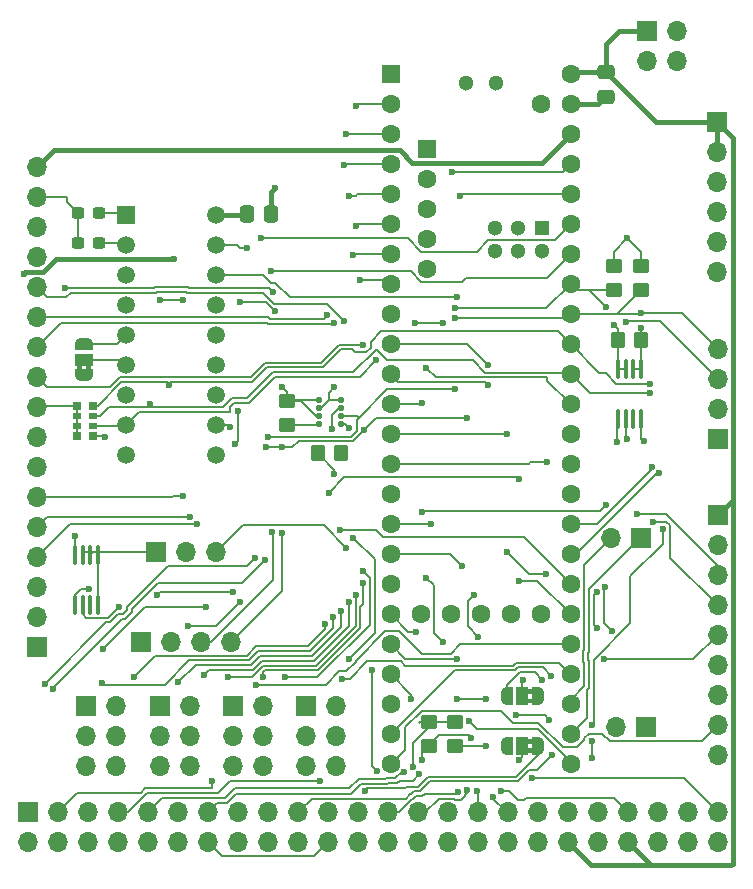
<source format=gbr>
%TF.GenerationSoftware,KiCad,Pcbnew,8.0.3*%
%TF.CreationDate,2025-02-12T02:25:28-08:00*%
%TF.ProjectId,MLU_Breakout,4d4c555f-4272-4656-916b-6f75742e6b69,rev?*%
%TF.SameCoordinates,Original*%
%TF.FileFunction,Copper,L1,Top*%
%TF.FilePolarity,Positive*%
%FSLAX46Y46*%
G04 Gerber Fmt 4.6, Leading zero omitted, Abs format (unit mm)*
G04 Created by KiCad (PCBNEW 8.0.3) date 2025-02-12 02:25:28*
%MOMM*%
%LPD*%
G01*
G04 APERTURE LIST*
G04 Aperture macros list*
%AMRoundRect*
0 Rectangle with rounded corners*
0 $1 Rounding radius*
0 $2 $3 $4 $5 $6 $7 $8 $9 X,Y pos of 4 corners*
0 Add a 4 corners polygon primitive as box body*
4,1,4,$2,$3,$4,$5,$6,$7,$8,$9,$2,$3,0*
0 Add four circle primitives for the rounded corners*
1,1,$1+$1,$2,$3*
1,1,$1+$1,$4,$5*
1,1,$1+$1,$6,$7*
1,1,$1+$1,$8,$9*
0 Add four rect primitives between the rounded corners*
20,1,$1+$1,$2,$3,$4,$5,0*
20,1,$1+$1,$4,$5,$6,$7,0*
20,1,$1+$1,$6,$7,$8,$9,0*
20,1,$1+$1,$8,$9,$2,$3,0*%
%AMFreePoly0*
4,1,19,0.550000,-0.750000,0.000000,-0.750000,0.000000,-0.744911,-0.071157,-0.744911,-0.207708,-0.704816,-0.327430,-0.627875,-0.420627,-0.520320,-0.479746,-0.390866,-0.500000,-0.250000,-0.500000,0.250000,-0.479746,0.390866,-0.420627,0.520320,-0.327430,0.627875,-0.207708,0.704816,-0.071157,0.744911,0.000000,0.744911,0.000000,0.750000,0.550000,0.750000,0.550000,-0.750000,0.550000,-0.750000,
$1*%
%AMFreePoly1*
4,1,19,0.000000,0.744911,0.071157,0.744911,0.207708,0.704816,0.327430,0.627875,0.420627,0.520320,0.479746,0.390866,0.500000,0.250000,0.500000,-0.250000,0.479746,-0.390866,0.420627,-0.520320,0.327430,-0.627875,0.207708,-0.704816,0.071157,-0.744911,0.000000,-0.744911,0.000000,-0.750000,-0.550000,-0.750000,-0.550000,0.750000,0.000000,0.750000,0.000000,0.744911,0.000000,0.744911,
$1*%
G04 Aperture macros list end*
%TA.AperFunction,EtchedComponent*%
%ADD10C,0.000000*%
%TD*%
%TA.AperFunction,SMDPad,CuDef*%
%ADD11RoundRect,0.056250X-0.188750X-0.168750X0.188750X-0.168750X0.188750X0.168750X-0.188750X0.168750X0*%
%TD*%
%TA.AperFunction,ComponentPad*%
%ADD12O,1.700000X1.700000*%
%TD*%
%TA.AperFunction,ComponentPad*%
%ADD13R,1.700000X1.700000*%
%TD*%
%TA.AperFunction,SMDPad,CuDef*%
%ADD14RoundRect,0.100000X0.100000X-0.712500X0.100000X0.712500X-0.100000X0.712500X-0.100000X-0.712500X0*%
%TD*%
%TA.AperFunction,SMDPad,CuDef*%
%ADD15R,0.700000X0.640000*%
%TD*%
%TA.AperFunction,SMDPad,CuDef*%
%ADD16R,0.700000X0.500000*%
%TD*%
%TA.AperFunction,SMDPad,CuDef*%
%ADD17RoundRect,0.250000X-0.350000X-0.450000X0.350000X-0.450000X0.350000X0.450000X-0.350000X0.450000X0*%
%TD*%
%TA.AperFunction,SMDPad,CuDef*%
%ADD18RoundRect,0.250000X-0.450000X0.350000X-0.450000X-0.350000X0.450000X-0.350000X0.450000X0.350000X0*%
%TD*%
%TA.AperFunction,SMDPad,CuDef*%
%ADD19FreePoly0,90.000000*%
%TD*%
%TA.AperFunction,SMDPad,CuDef*%
%ADD20R,1.500000X1.000000*%
%TD*%
%TA.AperFunction,SMDPad,CuDef*%
%ADD21FreePoly1,90.000000*%
%TD*%
%TA.AperFunction,SMDPad,CuDef*%
%ADD22FreePoly0,180.000000*%
%TD*%
%TA.AperFunction,SMDPad,CuDef*%
%ADD23R,1.000000X1.500000*%
%TD*%
%TA.AperFunction,SMDPad,CuDef*%
%ADD24FreePoly1,180.000000*%
%TD*%
%TA.AperFunction,SMDPad,CuDef*%
%ADD25RoundRect,0.250000X-0.475000X0.337500X-0.475000X-0.337500X0.475000X-0.337500X0.475000X0.337500X0*%
%TD*%
%TA.AperFunction,SMDPad,CuDef*%
%ADD26RoundRect,0.250000X-0.337500X-0.475000X0.337500X-0.475000X0.337500X0.475000X-0.337500X0.475000X0*%
%TD*%
%TA.AperFunction,SMDPad,CuDef*%
%ADD27RoundRect,0.237500X0.300000X0.237500X-0.300000X0.237500X-0.300000X-0.237500X0.300000X-0.237500X0*%
%TD*%
%TA.AperFunction,ComponentPad*%
%ADD28R,1.498600X1.498600*%
%TD*%
%TA.AperFunction,ComponentPad*%
%ADD29C,1.498600*%
%TD*%
%TA.AperFunction,ComponentPad*%
%ADD30R,1.600000X1.600000*%
%TD*%
%TA.AperFunction,ComponentPad*%
%ADD31C,1.600000*%
%TD*%
%TA.AperFunction,ComponentPad*%
%ADD32R,1.300000X1.300000*%
%TD*%
%TA.AperFunction,ComponentPad*%
%ADD33C,1.300000*%
%TD*%
%TA.AperFunction,ViaPad*%
%ADD34C,0.600000*%
%TD*%
%TA.AperFunction,Conductor*%
%ADD35C,0.200000*%
%TD*%
%TA.AperFunction,Conductor*%
%ADD36C,0.400000*%
%TD*%
G04 APERTURE END LIST*
D10*
%TA.AperFunction,EtchedComponent*%
%TO.C,JP3*%
G36*
X146000000Y-93600000D02*
G01*
X145600000Y-93600000D01*
X145600000Y-93100000D01*
X146000000Y-93100000D01*
X146000000Y-93600000D01*
G37*
%TD.AperFunction*%
%TA.AperFunction,EtchedComponent*%
G36*
X146800000Y-93600000D02*
G01*
X146400000Y-93600000D01*
X146400000Y-93100000D01*
X146800000Y-93100000D01*
X146800000Y-93600000D01*
G37*
%TD.AperFunction*%
%TA.AperFunction,EtchedComponent*%
%TO.C,JP2*%
G36*
X184200000Y-126000000D02*
G01*
X183700000Y-126000000D01*
X183700000Y-125600000D01*
X184200000Y-125600000D01*
X184200000Y-126000000D01*
G37*
%TD.AperFunction*%
%TA.AperFunction,EtchedComponent*%
G36*
X184200000Y-125200000D02*
G01*
X183700000Y-125200000D01*
X183700000Y-124800000D01*
X184200000Y-124800000D01*
X184200000Y-125200000D01*
G37*
%TD.AperFunction*%
%TA.AperFunction,EtchedComponent*%
%TO.C,JP1*%
G36*
X184200000Y-121800000D02*
G01*
X183700000Y-121800000D01*
X183700000Y-121400000D01*
X184200000Y-121400000D01*
X184200000Y-121800000D01*
G37*
%TD.AperFunction*%
%TA.AperFunction,EtchedComponent*%
G36*
X184200000Y-121000000D02*
G01*
X183700000Y-121000000D01*
X183700000Y-120600000D01*
X184200000Y-120600000D01*
X184200000Y-121000000D01*
G37*
%TD.AperFunction*%
%TD*%
D11*
%TO.P,U3,1,GND*%
%TO.N,GND*%
X168000000Y-96150000D03*
%TO.P,U3,2,CSB*%
%TO.N,Net-(U3-CSB)*%
X168000000Y-96800000D03*
%TO.P,U3,3,SDI*%
%TO.N,I2C1_SDA*%
X168000000Y-97450000D03*
%TO.P,U3,4,SCK*%
%TO.N,I2C1_SCL*%
X168000000Y-98100000D03*
%TO.P,U3,5,SDO*%
%TO.N,Net-(U3-SDO)*%
X166060000Y-98100000D03*
%TO.P,U3,6,VDDIO*%
%TO.N,+3.3V*%
X166060000Y-97450000D03*
%TO.P,U3,7,GND*%
%TO.N,GND*%
X166060000Y-96800000D03*
%TO.P,U3,8,VDD*%
%TO.N,+3.3V*%
X166060000Y-96150000D03*
%TD*%
D12*
%TO.P,J10,17,Pin_17*%
%TO.N,+3.3V*%
X142200000Y-76400000D03*
%TO.P,J10,16,Pin_16*%
%TO.N,GND*%
X142200000Y-78940000D03*
%TO.P,J10,15,Pin_15*%
%TO.N,I2C1_SCL*%
X142200000Y-81480000D03*
%TO.P,J10,14,Pin_14*%
%TO.N,I2C1_SDA*%
X142200000Y-84020000D03*
%TO.P,J10,13,Pin_13*%
%TO.N,D3.3v_GE*%
X142200000Y-86560000D03*
%TO.P,J10,12,Pin_12*%
%TO.N,Dkill_out*%
X142200000Y-89100000D03*
%TO.P,J10,11,Pin_11*%
%TO.N,Ai_s*%
X142200000Y-91640000D03*
%TO.P,J10,10,Pin_10*%
%TO.N,Ab_s*%
X142200000Y-94180000D03*
%TO.P,J10,9,Pin_9*%
%TO.N,+5V*%
X142200000Y-96720000D03*
%TO.P,J10,8,Pin_8*%
%TO.N,+3.3V*%
X142200000Y-99260000D03*
%TO.P,J10,7,Pin_7*%
%TO.N,GND*%
X142200000Y-101800000D03*
%TO.P,J10,6,Pin_6*%
%TO.N,xD5*%
X142200000Y-104340000D03*
%TO.P,J10,5,Pin_5*%
%TO.N,xD4*%
X142200000Y-106880000D03*
%TO.P,J10,4,Pin_4*%
%TO.N,xD3*%
X142200000Y-109420000D03*
%TO.P,J10,3,Pin_3*%
%TO.N,xD2*%
X142200000Y-111960000D03*
%TO.P,J10,2,Pin_2*%
%TO.N,xD1*%
X142200000Y-114500000D03*
D13*
%TO.P,J10,1,Pin_1*%
%TO.N,xD0*%
X142200000Y-117040000D03*
%TD*%
D14*
%TO.P,U2,1,SDA*%
%TO.N,I2C1_SDA*%
X145450000Y-113425000D03*
%TO.P,U2,2,SCL*%
%TO.N,I2C1_SCL*%
X146100000Y-113425000D03*
%TO.P,U2,3,Alert*%
%TO.N,unconnected-(U2-Alert-Pad3)*%
X146750000Y-113425000D03*
%TO.P,U2,4,GND*%
%TO.N,GND*%
X147400000Y-113425000D03*
%TO.P,U2,5,A2*%
X147400000Y-109200000D03*
%TO.P,U2,6,A1*%
X146750000Y-109200000D03*
%TO.P,U2,7,A0*%
X146100000Y-109200000D03*
%TO.P,U2,8,V_{DD}*%
%TO.N,+3.3V*%
X145450000Y-109200000D03*
%TD*%
D15*
%TO.P,RN1,1,R1.1*%
%TO.N,Net-(JP3-A)*%
X147000000Y-99140000D03*
D16*
%TO.P,RN1,2,R2.1*%
%TO.N,Dint*%
X147000000Y-98270000D03*
%TO.P,RN1,3,R3.1*%
%TO.N,I2C2_SCL*%
X147000000Y-97470000D03*
D15*
%TO.P,RN1,4,R4.1*%
%TO.N,I2C2_SDA*%
X147000000Y-96600000D03*
%TO.P,RN1,5,R4.2*%
%TO.N,+5V*%
X145600000Y-96600000D03*
D16*
%TO.P,RN1,6,R3.2*%
X145600000Y-97470000D03*
%TO.P,RN1,7,R2.2*%
X145600000Y-98270000D03*
D15*
%TO.P,RN1,8,R1.2*%
X145600000Y-99140000D03*
%TD*%
D17*
%TO.P,R7,1*%
%TO.N,+3.3V*%
X166000000Y-100600000D03*
%TO.P,R7,2*%
%TO.N,Net-(U3-CSB)*%
X168000000Y-100600000D03*
%TD*%
D18*
%TO.P,R6,1*%
%TO.N,+3.3V*%
X163400000Y-96200000D03*
%TO.P,R6,2*%
%TO.N,Net-(U3-SDO)*%
X163400000Y-98200000D03*
%TD*%
%TO.P,R5,1*%
%TO.N,+3.3V*%
X191050000Y-84800000D03*
%TO.P,R5,2*%
%TO.N,I2C1_SCL*%
X191050000Y-86800000D03*
%TD*%
%TO.P,R4,1*%
%TO.N,+3.3V*%
X193400000Y-84800000D03*
%TO.P,R4,2*%
%TO.N,I2C1_SDA*%
X193400000Y-86800000D03*
%TD*%
D17*
%TO.P,R3,1*%
%TO.N,+3.3V*%
X191400000Y-91000000D03*
%TO.P,R3,2*%
%TO.N,GND*%
X193400000Y-91000000D03*
%TD*%
D18*
%TO.P,R2,1*%
%TO.N,+3.3V*%
X177600000Y-123400000D03*
%TO.P,R2,2*%
%TO.N,UART_RX2*%
X177600000Y-125400000D03*
%TD*%
%TO.P,R1,1*%
%TO.N,+3.3V*%
X175400000Y-123400000D03*
%TO.P,R1,2*%
%TO.N,UART_TX2*%
X175400000Y-125400000D03*
%TD*%
D19*
%TO.P,JP3,1,A*%
%TO.N,Net-(JP3-A)*%
X146200000Y-94000000D03*
D20*
%TO.P,JP3,2,C*%
%TO.N,Net-(JP3-C)*%
X146200000Y-92700000D03*
D21*
%TO.P,JP3,3,B*%
%TO.N,GND*%
X146200000Y-91400000D03*
%TD*%
D22*
%TO.P,JP2,1,A*%
%TO.N,Net-(J1-Pin_21)*%
X184600000Y-125400000D03*
D23*
%TO.P,JP2,2,C*%
%TO.N,I2C1_SDA*%
X183300000Y-125400000D03*
D24*
%TO.P,JP2,3,B*%
%TO.N,BAR_SDA*%
X182000000Y-125400000D03*
%TD*%
D22*
%TO.P,JP1,1,A*%
%TO.N,Net-(J1-Pin_19)*%
X184600000Y-121200000D03*
D23*
%TO.P,JP1,2,C*%
%TO.N,I2C1_SCL*%
X183300000Y-121200000D03*
D24*
%TO.P,JP1,3,B*%
%TO.N,BAR_SCL*%
X182000000Y-121200000D03*
%TD*%
D13*
%TO.P,J8,1,Pin_1*%
%TO.N,UART_RX1*%
X193400000Y-107800000D03*
D12*
%TO.P,J8,2,Pin_2*%
%TO.N,UART_TX1*%
X190860000Y-107800000D03*
%TD*%
D13*
%TO.P,J6,1,Pin_1*%
%TO.N,BAR_SDA*%
X193825000Y-123800000D03*
D12*
%TO.P,J6,2,Pin_2*%
%TO.N,BAR_SCL*%
X191285000Y-123800000D03*
%TD*%
D13*
%TO.P,J5,1,Pin_1*%
%TO.N,+3.3V*%
X151060000Y-116575000D03*
D12*
%TO.P,J5,2,Pin_2*%
%TO.N,GND*%
X153600000Y-116575000D03*
%TO.P,J5,3,Pin_3*%
%TO.N,I2C1_SCL*%
X156140000Y-116575000D03*
%TO.P,J5,4,Pin_4*%
%TO.N,I2C1_SDA*%
X158680000Y-116575000D03*
%TD*%
D13*
%TO.P,J4,1,Pin_1*%
%TO.N,+3.3V*%
X199882000Y-99420000D03*
D12*
%TO.P,J4,2,Pin_2*%
%TO.N,GND*%
X199882000Y-96880000D03*
%TO.P,J4,3,Pin_3*%
%TO.N,I2C1_SCL*%
X199882000Y-94340000D03*
%TO.P,J4,4,Pin_4*%
%TO.N,I2C1_SDA*%
X199882000Y-91800000D03*
%TD*%
D13*
%TO.P,J3,1,Pin_1*%
%TO.N,+5V*%
X199800000Y-72580000D03*
D12*
%TO.P,J3,2,Pin_2*%
X199800000Y-75120000D03*
%TO.P,J3,3,Pin_3*%
%TO.N,Analog_Current*%
X199800000Y-77660000D03*
%TO.P,J3,4,Pin_4*%
%TO.N,Analog_Voltage*%
X199800000Y-80200000D03*
%TO.P,J3,5,Pin_5*%
%TO.N,GND*%
X199800000Y-82740000D03*
%TO.P,J3,6,Pin_6*%
X199800000Y-85280000D03*
%TD*%
D13*
%TO.P,J2,1,Pin_1*%
%TO.N,GND*%
X152275000Y-109000000D03*
D12*
%TO.P,J2,2,Pin_2*%
%TO.N,+3.3V*%
X154815000Y-109000000D03*
%TO.P,J2,3,Pin_3*%
%TO.N,Dleak*%
X157355000Y-109000000D03*
%TD*%
D25*
%TO.P,C4,1*%
%TO.N,+5V*%
X190400000Y-68362500D03*
%TO.P,C4,2*%
%TO.N,GND*%
X190400000Y-70437500D03*
%TD*%
D26*
%TO.P,C3,1*%
%TO.N,+5V*%
X160000000Y-80400000D03*
%TO.P,C3,2*%
%TO.N,GND*%
X162075000Y-80400000D03*
%TD*%
D27*
%TO.P,C2,1*%
%TO.N,I2C2_SCL*%
X147462500Y-80290000D03*
%TO.P,C2,2*%
%TO.N,GND*%
X145737500Y-80290000D03*
%TD*%
%TO.P,C1,1*%
%TO.N,I2C2_SDA*%
X147462500Y-82800000D03*
%TO.P,C1,2*%
%TO.N,GND*%
X145737500Y-82800000D03*
%TD*%
D13*
%TO.P,J7,1,Pin_1*%
%TO.N,+5V*%
X193860000Y-64860000D03*
D12*
%TO.P,J7,2,Pin_2*%
%TO.N,I2C2_SCL*%
X196400000Y-64860000D03*
%TO.P,J7,3,Pin_3*%
%TO.N,GND*%
X193860000Y-67400000D03*
%TO.P,J7,4,Pin_4*%
%TO.N,I2C2_SDA*%
X196400000Y-67400000D03*
%TD*%
D13*
%TO.P,J20,1,Pin_1*%
%TO.N,GND*%
X165000000Y-122000000D03*
D12*
%TO.P,J20,2,Pin_2*%
X167540000Y-122000000D03*
%TO.P,J20,3,Pin_3*%
%TO.N,unconnected-(J20-Pin_3-Pad3)*%
X165000000Y-124540000D03*
%TO.P,J20,4,Pin_4*%
%TO.N,unconnected-(J20-Pin_4-Pad4)*%
X167540000Y-124540000D03*
%TO.P,J20,5,Pin_5*%
%TO.N,PWM6*%
X165000000Y-127080000D03*
%TO.P,J20,6,Pin_6*%
%TO.N,PWM7*%
X167540000Y-127080000D03*
%TD*%
D13*
%TO.P,J19,1,Pin_1*%
%TO.N,GND*%
X152600000Y-122000000D03*
D12*
%TO.P,J19,2,Pin_2*%
X155140000Y-122000000D03*
%TO.P,J19,3,Pin_3*%
%TO.N,unconnected-(J19-Pin_3-Pad3)*%
X152600000Y-124540000D03*
%TO.P,J19,4,Pin_4*%
%TO.N,unconnected-(J19-Pin_4-Pad4)*%
X155140000Y-124540000D03*
%TO.P,J19,5,Pin_5*%
%TO.N,PWM2*%
X152600000Y-127080000D03*
%TO.P,J19,6,Pin_6*%
%TO.N,PWM3*%
X155140000Y-127080000D03*
%TD*%
D13*
%TO.P,J18,1,Pin_1*%
%TO.N,GND*%
X158800000Y-122000000D03*
D12*
%TO.P,J18,2,Pin_2*%
X161340000Y-122000000D03*
%TO.P,J18,3,Pin_3*%
%TO.N,unconnected-(J18-Pin_3-Pad3)*%
X158800000Y-124540000D03*
%TO.P,J18,4,Pin_4*%
%TO.N,unconnected-(J18-Pin_4-Pad4)*%
X161340000Y-124540000D03*
%TO.P,J18,5,Pin_5*%
%TO.N,PWM4*%
X158800000Y-127080000D03*
%TO.P,J18,6,Pin_6*%
%TO.N,PWM5*%
X161340000Y-127080000D03*
%TD*%
D13*
%TO.P,J17,1,Pin_1*%
%TO.N,GND*%
X146400000Y-122000000D03*
D12*
%TO.P,J17,2,Pin_2*%
X148940000Y-122000000D03*
%TO.P,J17,3,Pin_3*%
%TO.N,unconnected-(J17-Pin_3-Pad3)*%
X146400000Y-124540000D03*
%TO.P,J17,4,Pin_4*%
%TO.N,unconnected-(J17-Pin_4-Pad4)*%
X148940000Y-124540000D03*
%TO.P,J17,5,Pin_5*%
%TO.N,PWM0*%
X146400000Y-127080000D03*
%TO.P,J17,6,Pin_6*%
%TO.N,PWM1*%
X148940000Y-127080000D03*
%TD*%
%TO.P,J9,9,Pin_9*%
%TO.N,SPI_MISO*%
X199857000Y-126170000D03*
%TO.P,J9,8,Pin_8*%
%TO.N,D7*%
X199857000Y-123630000D03*
%TO.P,J9,7,Pin_7*%
%TO.N,SPI_SCK*%
X199857000Y-121090000D03*
%TO.P,J9,6,Pin_6*%
%TO.N,SPI_MOSI*%
X199857000Y-118550000D03*
%TO.P,J9,5,Pin_5*%
%TO.N,D6*%
X199857000Y-116010000D03*
%TO.P,J9,4,Pin_4*%
%TO.N,D5*%
X199857000Y-113470000D03*
%TO.P,J9,3,Pin_3*%
%TO.N,SPI_CS1*%
X199857000Y-110930000D03*
%TO.P,J9,2,Pin_2*%
%TO.N,GND*%
X199857000Y-108390000D03*
D13*
%TO.P,J9,1,Pin_1*%
%TO.N,+5V*%
X199857000Y-105850000D03*
%TD*%
D28*
%TO.P,U1,1,SCL*%
%TO.N,I2C2_SCL*%
X149790000Y-80440000D03*
D29*
%TO.P,U1,2,SDA*%
%TO.N,I2C2_SDA*%
X149790000Y-82980000D03*
%TO.P,U1,3,A2*%
%TO.N,GND*%
X149790000Y-85520000D03*
%TO.P,U1,4,A1*%
X149790000Y-88060000D03*
%TO.P,U1,5,A0*%
X149790000Y-90600000D03*
%TO.P,U1,6,\u002ARESET*%
%TO.N,Net-(JP3-C)*%
X149790000Y-93140000D03*
%TO.P,U1,7,NC*%
%TO.N,unconnected-(U1-NC-Pad7)*%
X149790000Y-95680000D03*
%TO.P,U1,8,INT*%
%TO.N,Dint*%
X149790000Y-98220000D03*
%TO.P,U1,9,VSS*%
%TO.N,GND*%
X149790000Y-100760000D03*
%TO.P,U1,10,GP0*%
%TO.N,xD0*%
X157410000Y-100760000D03*
%TO.P,U1,11,GP1*%
%TO.N,xD1*%
X157410000Y-98220000D03*
%TO.P,U1,12,GP2*%
%TO.N,xD2*%
X157410000Y-95680000D03*
%TO.P,U1,13,GP3*%
%TO.N,xD3*%
X157410000Y-93140000D03*
%TO.P,U1,14,GP4*%
%TO.N,xD4*%
X157410000Y-90600000D03*
%TO.P,U1,15,GP5*%
%TO.N,xD5*%
X157410000Y-88060000D03*
%TO.P,U1,16,GP6*%
%TO.N,xD6*%
X157410000Y-85520000D03*
%TO.P,U1,17,GP7*%
%TO.N,xD7*%
X157410000Y-82980000D03*
%TO.P,U1,18,VDD*%
%TO.N,+5V*%
X157410000Y-80440000D03*
%TD*%
D14*
%TO.P,U5,1,SDA*%
%TO.N,I2C1_SDA*%
X191425000Y-97712500D03*
%TO.P,U5,2,SCL*%
%TO.N,I2C1_SCL*%
X192075000Y-97712500D03*
%TO.P,U5,3,Alert*%
%TO.N,unconnected-(U5-Alert-Pad3)*%
X192725000Y-97712500D03*
%TO.P,U5,4,GND*%
%TO.N,GND*%
X193375000Y-97712500D03*
%TO.P,U5,5,A2*%
X193375000Y-93487500D03*
%TO.P,U5,6,A1*%
X192725000Y-93487500D03*
%TO.P,U5,7,A0*%
%TO.N,+3.3V*%
X192075000Y-93487500D03*
%TO.P,U5,8,V_{DD}*%
X191425000Y-93487500D03*
%TD*%
D30*
%TO.P,U4,1,GND*%
%TO.N,GND*%
X172160000Y-68540800D03*
D31*
%TO.P,U4,2,0_RX1_CRX2_CS1*%
%TO.N,PWM0*%
X172160000Y-71080800D03*
%TO.P,U4,3,1_TX1_CTX2_MISO1*%
%TO.N,PWM1*%
X172160000Y-73620800D03*
%TO.P,U4,4,2_OUT2*%
%TO.N,PWM2*%
X172160000Y-76160800D03*
%TO.P,U4,5,3_LRCLK2*%
%TO.N,PWM3*%
X172160000Y-78700800D03*
%TO.P,U4,6,4_BCLK2*%
%TO.N,PWM4*%
X172160000Y-81240800D03*
%TO.P,U4,7,5_IN2*%
%TO.N,PWM5*%
X172160000Y-83780800D03*
%TO.P,U4,8,6_OUT1D*%
%TO.N,PWM6*%
X172160000Y-86320800D03*
%TO.P,U4,9,7_RX2_OUT1A*%
%TO.N,PWM7*%
X172160000Y-88860800D03*
%TO.P,U4,10,8_TX2_IN1*%
%TO.N,PWM8*%
X172160000Y-91400800D03*
%TO.P,U4,11,9_OUT1C*%
%TO.N,PWM9*%
X172160000Y-93940800D03*
%TO.P,U4,12,10_CS_MQSR*%
%TO.N,SPI_CS1*%
X172160000Y-96480800D03*
%TO.P,U4,13,11_MOSI_CTX1*%
%TO.N,SPI_MOSI*%
X172160000Y-99020800D03*
%TO.P,U4,14,12_MISO_MQSL*%
%TO.N,SPI_MISO*%
X172160000Y-101560800D03*
%TO.P,U4,15,3V3*%
%TO.N,+3.3V*%
X172160000Y-104100800D03*
%TO.P,U4,16,24_A10_TX6_SCL2*%
%TO.N,UART_TX3*%
X172160000Y-106640800D03*
%TO.P,U4,17,25_A11_RX6_SDA2*%
%TO.N,UART_RX3*%
X172160000Y-109180800D03*
%TO.P,U4,18,26_A12_MOSI1*%
%TO.N,Dswitch1*%
X172160000Y-111720800D03*
%TO.P,U4,19,27_A13_SCK1*%
%TO.N,Dswitch2*%
X172160000Y-114260800D03*
%TO.P,U4,20,28_RX7*%
%TO.N,UART_RX2*%
X172160000Y-116800800D03*
%TO.P,U4,21,29_TX7*%
%TO.N,UART_TX2*%
X172160000Y-119340800D03*
%TO.P,U4,22,30_CRX3*%
%TO.N,Dunused*%
X172160000Y-121880800D03*
%TO.P,U4,23,31_CTX3*%
%TO.N,D6*%
X172160000Y-124420800D03*
%TO.P,U4,24,32_OUT1B*%
%TO.N,D7*%
X172160000Y-126960800D03*
%TO.P,U4,25,33_MCLK2*%
%TO.N,Dleak*%
X187400000Y-126960800D03*
%TO.P,U4,26,34_RX8*%
%TO.N,UART_RX1*%
X187400000Y-124420800D03*
%TO.P,U4,27,35_TX8*%
%TO.N,UART_TX1*%
X187400000Y-121880800D03*
%TO.P,U4,28,36_CS*%
%TO.N,Dled2*%
X187400000Y-119340800D03*
%TO.P,U4,29,37_CS*%
%TO.N,Dled1*%
X187400000Y-116800800D03*
%TO.P,U4,30,38_CS1_IN1*%
%TO.N,Dkill_out*%
X187400000Y-114260800D03*
%TO.P,U4,31,39_MISO1_OUT1A*%
%TO.N,D3.3v_GE*%
X187400000Y-111720800D03*
%TO.P,U4,32,40_A16*%
%TO.N,Analog_Voltage*%
X187400000Y-109180800D03*
%TO.P,U4,33,41_A17*%
%TO.N,Analog_Current*%
X187400000Y-106640800D03*
%TO.P,U4,34,GND*%
%TO.N,GND*%
X187400000Y-104100800D03*
%TO.P,U4,35,13_SCK_LED*%
%TO.N,SPI_SCK*%
X187400000Y-101560800D03*
%TO.P,U4,36,14_A0_TX3_SPDIF_OUT*%
%TO.N,D5*%
X187400000Y-99020800D03*
%TO.P,U4,37,15_A1_RX3_SPDIF_IN*%
%TO.N,Dint*%
X187400000Y-96480800D03*
%TO.P,U4,38,16_A2_RX4_SCL1*%
%TO.N,I2C2_SCL*%
X187400000Y-93940800D03*
%TO.P,U4,39,17_A3_TX4_SDA1*%
%TO.N,I2C2_SDA*%
X187400000Y-91400800D03*
%TO.P,U4,40,18_A4_SDA*%
%TO.N,I2C1_SDA*%
X187400000Y-88860800D03*
%TO.P,U4,41,19_A5_SCL*%
%TO.N,I2C1_SCL*%
X187400000Y-86320800D03*
%TO.P,U4,42,20_A6_TX5_LRCLK1*%
%TO.N,A4*%
X187400000Y-83780800D03*
%TO.P,U4,43,21_A7_RX5_BCLK1*%
%TO.N,A3*%
X187400000Y-81240800D03*
%TO.P,U4,44,22_A8_CTX1*%
%TO.N,Ab_s*%
X187400000Y-78700800D03*
%TO.P,U4,45,23_A9_CRX1_MCLK1*%
%TO.N,Ai_s*%
X187400000Y-76160800D03*
%TO.P,U4,46,3V3*%
%TO.N,+3.3V*%
X187400000Y-73620800D03*
%TO.P,U4,47,GND*%
%TO.N,GND*%
X187400000Y-71080800D03*
%TO.P,U4,48,VIN*%
%TO.N,+5V*%
X187400000Y-68540800D03*
%TO.P,U4,49,VUSB*%
%TO.N,unconnected-(U4-VUSB-Pad49)*%
X184860000Y-71080800D03*
%TO.P,U4,50,VBAT*%
%TO.N,unconnected-(U4-VBAT-Pad50)*%
X174700000Y-114260800D03*
%TO.P,U4,51,3V3*%
%TO.N,unconnected-(U4-3V3-Pad51)*%
X177240000Y-114260800D03*
%TO.P,U4,52,GND*%
%TO.N,unconnected-(U4-GND-Pad52)*%
X179780000Y-114260800D03*
%TO.P,U4,53,PROGRAM*%
%TO.N,unconnected-(U4-PROGRAM-Pad53)*%
X182320000Y-114260800D03*
%TO.P,U4,54,ON_OFF*%
%TO.N,unconnected-(U4-ON_OFF-Pad54)*%
X184860000Y-114260800D03*
D30*
%TO.P,U4,55,5V*%
%TO.N,unconnected-(U4-5V-Pad55)*%
X175210800Y-74840000D03*
D31*
%TO.P,U4,56,D-*%
%TO.N,unconnected-(U4-D--Pad56)*%
X175210800Y-77380000D03*
%TO.P,U4,57,D+*%
%TO.N,unconnected-(U4-D+-Pad57)*%
X175210800Y-79920000D03*
%TO.P,U4,58,GND*%
%TO.N,unconnected-(U4-GND-Pad58)*%
X175210800Y-82460000D03*
%TO.P,U4,59,GND*%
%TO.N,unconnected-(U4-GND-Pad59)*%
X175210800Y-85000000D03*
D32*
%TO.P,U4,60,R+*%
%TO.N,unconnected-(U4-R+-Pad60)*%
X184961600Y-81510800D03*
D33*
%TO.P,U4,61,LED*%
%TO.N,unconnected-(U4-LED-Pad61)*%
X182961600Y-81510800D03*
%TO.P,U4,62,T-*%
%TO.N,unconnected-(U4-T--Pad62)*%
X180961600Y-81510800D03*
%TO.P,U4,63,T+*%
%TO.N,unconnected-(U4-T+-Pad63)*%
X180961600Y-83510800D03*
%TO.P,U4,64,GND*%
%TO.N,unconnected-(U4-GND-Pad64)*%
X182961600Y-83510800D03*
%TO.P,U4,65,R-*%
%TO.N,unconnected-(U4-R--Pad65)*%
X184961600Y-83510800D03*
%TO.P,U4,66,D-*%
%TO.N,unconnected-(U4-D--Pad66)*%
X181050000Y-69270800D03*
%TO.P,U4,67,D+*%
%TO.N,unconnected-(U4-D+-Pad67)*%
X178510000Y-69270800D03*
%TD*%
D13*
%TO.P,J1,1,Pin_1*%
%TO.N,GND*%
X141460000Y-131000000D03*
D12*
%TO.P,J1,2,Pin_2*%
%TO.N,A3*%
X141460000Y-133540000D03*
%TO.P,J1,3,Pin_3*%
%TO.N,Dled1*%
X144000000Y-131000000D03*
%TO.P,J1,4,Pin_4*%
%TO.N,GND*%
X144000000Y-133540000D03*
%TO.P,J1,5,Pin_5*%
X146540000Y-131000000D03*
%TO.P,J1,6,Pin_6*%
%TO.N,A4*%
X146540000Y-133540000D03*
%TO.P,J1,7,Pin_7*%
%TO.N,Dled2*%
X149080000Y-131000000D03*
%TO.P,J1,8,Pin_8*%
%TO.N,GND*%
X149080000Y-133540000D03*
%TO.P,J1,9,Pin_9*%
%TO.N,Dswitch1*%
X151620000Y-131000000D03*
%TO.P,J1,10,Pin_10*%
%TO.N,+3.3V*%
X151620000Y-133540000D03*
%TO.P,J1,11,Pin_11*%
X154160000Y-131000000D03*
%TO.P,J1,12,Pin_12*%
%TO.N,GND*%
X154160000Y-133540000D03*
%TO.P,J1,13,Pin_13*%
%TO.N,Dswitch2*%
X156700000Y-131000000D03*
%TO.P,J1,14,Pin_14*%
%TO.N,I2C1_SCL*%
X156700000Y-133540000D03*
%TO.P,J1,15,Pin_15*%
%TO.N,+3.3V*%
X159240000Y-131000000D03*
%TO.P,J1,16,Pin_16*%
%TO.N,I2C1_SDA*%
X159240000Y-133540000D03*
%TO.P,J1,17,Pin_17*%
%TO.N,GND*%
X161780000Y-131000000D03*
%TO.P,J1,18,Pin_18*%
%TO.N,+3.3V*%
X161780000Y-133540000D03*
%TO.P,J1,19,Pin_19*%
%TO.N,Net-(J1-Pin_19)*%
X164320000Y-131000000D03*
%TO.P,J1,20,Pin_20*%
%TO.N,GND*%
X164320000Y-133540000D03*
%TO.P,J1,21,Pin_21*%
%TO.N,Net-(J1-Pin_21)*%
X166860000Y-131000000D03*
%TO.P,J1,22,Pin_22*%
%TO.N,I2C1_SCL*%
X166860000Y-133540000D03*
%TO.P,J1,23,Pin_23*%
%TO.N,+3.3V*%
X169400000Y-131000000D03*
%TO.P,J1,24,Pin_24*%
%TO.N,I2C1_SDA*%
X169400000Y-133540000D03*
%TO.P,J1,25,Pin_25*%
%TO.N,UART_TX3*%
X171940000Y-131000000D03*
%TO.P,J1,26,Pin_26*%
%TO.N,Dunused*%
X171940000Y-133540000D03*
%TO.P,J1,27,Pin_27*%
%TO.N,UART_RX3*%
X174480000Y-131000000D03*
%TO.P,J1,28,Pin_28*%
%TO.N,GND*%
X174480000Y-133540000D03*
%TO.P,J1,29,Pin_29*%
X177020000Y-131000000D03*
%TO.P,J1,30,Pin_30*%
%TO.N,xD7*%
X177020000Y-133540000D03*
%TO.P,J1,31,Pin_31*%
%TO.N,UART_TX2*%
X179560000Y-131000000D03*
%TO.P,J1,32,Pin_32*%
%TO.N,GND*%
X179560000Y-133540000D03*
%TO.P,J1,33,Pin_33*%
%TO.N,UART_RX2*%
X182100000Y-131000000D03*
%TO.P,J1,34,Pin_34*%
%TO.N,xD6*%
X182100000Y-133540000D03*
%TO.P,J1,35,Pin_35*%
%TO.N,+3.3V*%
X184640000Y-131000000D03*
%TO.P,J1,36,Pin_36*%
%TO.N,GND*%
X184640000Y-133540000D03*
%TO.P,J1,37,Pin_37*%
X187180000Y-131000000D03*
%TO.P,J1,38,Pin_38*%
%TO.N,+5V*%
X187180000Y-133540000D03*
%TO.P,J1,39,Pin_39*%
%TO.N,unconnected-(J1-Pin_39-Pad39)*%
X189720000Y-131000000D03*
%TO.P,J1,40,Pin_40*%
%TO.N,GND*%
X189720000Y-133540000D03*
%TO.P,J1,41,Pin_41*%
%TO.N,PWM9*%
X192260000Y-131000000D03*
%TO.P,J1,42,Pin_42*%
%TO.N,+5V*%
X192260000Y-133540000D03*
%TO.P,J1,43,Pin_43*%
%TO.N,GND*%
X194800000Y-131000000D03*
%TO.P,J1,44,Pin_44*%
X194800000Y-133540000D03*
%TO.P,J1,45,Pin_45*%
%TO.N,unconnected-(J1-Pin_45-Pad45)*%
X197340000Y-131000000D03*
%TO.P,J1,46,Pin_46*%
%TO.N,+3.3V*%
X197340000Y-133540000D03*
%TO.P,J1,47,Pin_47*%
%TO.N,PWM8*%
X199880000Y-131000000D03*
%TO.P,J1,48,Pin_48*%
%TO.N,GND*%
X199880000Y-133540000D03*
%TD*%
D34*
%TO.N,I2C1_SCL*%
X183400000Y-119800000D03*
%TO.N,I2C1_SDA*%
X183000000Y-126600000D03*
X195200000Y-107000000D03*
X189200000Y-125000000D03*
X189200000Y-123600000D03*
X189200000Y-126400000D03*
%TO.N,UART_TX2*%
X174800000Y-126600000D03*
X173909296Y-121394907D03*
%TO.N,UART_RX2*%
X180200000Y-121400000D03*
X177800000Y-121400000D03*
X177800000Y-118000000D03*
%TO.N,BAR_SDA*%
X182000000Y-125400000D03*
X185600000Y-123200000D03*
X182800000Y-122800000D03*
%TO.N,BAR_SCL*%
X184978135Y-119773625D03*
%TO.N,PWM7*%
X169000000Y-107800000D03*
X168600000Y-118000000D03*
%TO.N,SPI_MISO*%
X189600000Y-112400000D03*
X189600000Y-115400000D03*
X185400000Y-101400000D03*
%TO.N,Net-(J1-Pin_21)*%
X170000000Y-129200000D03*
%TO.N,Net-(J1-Pin_19)*%
X185800000Y-126200000D03*
X184361021Y-121316695D03*
%TO.N,+3.3V*%
X174047603Y-127142576D03*
%TO.N,SPI_SCK*%
X190307056Y-111928221D03*
X190877415Y-115674056D03*
%TO.N,SPI_MOSI*%
X182000000Y-109000000D03*
X185359620Y-110840380D03*
X182000000Y-99000000D03*
%TO.N,D6*%
X190250000Y-118069240D03*
X185783824Y-119502759D03*
%TO.N,D5*%
X194400000Y-106400000D03*
%TO.N,SPI_CS1*%
X174800000Y-96400000D03*
X193000000Y-105800000D03*
X174800000Y-105600000D03*
X190360000Y-105040431D03*
%TO.N,Analog_Voltage*%
X194870250Y-102329751D03*
%TO.N,Analog_Current*%
X194294481Y-101753982D03*
%TO.N,I2C2_SCL*%
X194150000Y-95544334D03*
%TO.N,I2C2_SDA*%
X194150000Y-94719683D03*
%TO.N,Dleak*%
X176600000Y-116600000D03*
X175200000Y-111200000D03*
X178800000Y-123290547D03*
X168400000Y-108600000D03*
%TO.N,+3.3V*%
X145400000Y-107600000D03*
%TO.N,I2C1_SDA*%
X146603424Y-112113851D03*
%TO.N,I2C1_SCL*%
X149200000Y-113600000D03*
%TO.N,+3.3V*%
X167400000Y-102400000D03*
%TO.N,Net-(U3-CSB)*%
X167200000Y-98600000D03*
X168000000Y-100600000D03*
%TO.N,I2C1_SCL*%
X168647703Y-98472918D03*
X169947703Y-98618413D03*
%TO.N,+3.3V*%
X163000000Y-95000000D03*
%TO.N,GND*%
X167400000Y-95000000D03*
%TO.N,I2C1_SCL*%
X159400000Y-87800000D03*
X152600000Y-87600000D03*
X154600000Y-87600000D03*
X162400000Y-88600000D03*
X163000000Y-100114722D03*
%TO.N,I2C1_SDA*%
X144600000Y-86600000D03*
X162233643Y-86948718D03*
%TO.N,D3.3v_GE*%
X168200000Y-89400000D03*
X167859620Y-107140380D03*
%TO.N,Dkill_out*%
X166908135Y-103972625D03*
X166818834Y-88935524D03*
X183000000Y-102800000D03*
X183000000Y-111400000D03*
%TO.N,Ai_s*%
X177400000Y-76800000D03*
X167369869Y-89582722D03*
%TO.N,Ab_s*%
X174200000Y-89600000D03*
X176600000Y-89600000D03*
X169850000Y-91427366D03*
X178050000Y-78800000D03*
%TO.N,xD5*%
X154600000Y-104200000D03*
%TO.N,xD4*%
X155200000Y-106000000D03*
%TO.N,xD3*%
X155800000Y-106600000D03*
%TO.N,xD2*%
X159000000Y-99800000D03*
X159200000Y-97000000D03*
X152400000Y-112600000D03*
X158800000Y-112400000D03*
%TO.N,xD1*%
X159400000Y-113200000D03*
X158550000Y-98400000D03*
X154999729Y-115250000D03*
%TO.N,xD0*%
X156518809Y-113599569D03*
X147800000Y-117200000D03*
%TO.N,Dint*%
X170940765Y-92740765D03*
X175200000Y-93400000D03*
%TO.N,+5V*%
X141100000Y-85400000D03*
X153800000Y-84200000D03*
%TO.N,I2C2_SDA*%
X153403044Y-94810190D03*
%TO.N,I2C2_SCL*%
X151800000Y-96479300D03*
%TO.N,Net-(JP3-A)*%
X148000000Y-99200000D03*
X146200000Y-94000000D03*
%TO.N,GND*%
X162400000Y-78200000D03*
%TO.N,xD6*%
X177800000Y-87400000D03*
X179200000Y-112600000D03*
X179600000Y-116200000D03*
%TO.N,xD7*%
X160000000Y-83200000D03*
X170985688Y-127517725D03*
X170600000Y-119000000D03*
%TO.N,I2C1_SDA*%
X161800000Y-99200000D03*
X162950000Y-107400000D03*
X177600000Y-95200000D03*
X177573617Y-89207067D03*
%TO.N,I2C1_SCL*%
X178600000Y-97600000D03*
X177640457Y-88359697D03*
X162104034Y-107317266D03*
X161580202Y-100114722D03*
%TO.N,A4*%
X161541802Y-109674105D03*
X143600000Y-120600000D03*
X162000000Y-85200000D03*
%TO.N,A3*%
X142884917Y-120140477D03*
X161200000Y-82400000D03*
X160719300Y-109459641D03*
%TO.N,PWM6*%
X169529891Y-85979086D03*
X169800000Y-110600000D03*
X163200000Y-119600000D03*
%TO.N,PWM5*%
X161400000Y-119600000D03*
X169000000Y-83800000D03*
X169800000Y-111600000D03*
%TO.N,PWM4*%
X158400000Y-119600000D03*
X169200000Y-112600000D03*
X169200000Y-81400000D03*
%TO.N,PWM3*%
X156350000Y-119396530D03*
X168600000Y-113200000D03*
X168600000Y-78800000D03*
%TO.N,PWM2*%
X154200000Y-120000000D03*
X168200000Y-76200000D03*
X168000000Y-114000000D03*
%TO.N,PWM1*%
X168400000Y-73600000D03*
X166626922Y-115109336D03*
X150400000Y-119600000D03*
%TO.N,PWM0*%
X169200000Y-71200000D03*
X167276922Y-114446835D03*
X147698731Y-120086464D03*
%TO.N,Dled1*%
X157000000Y-128400000D03*
X160750000Y-120211438D03*
%TO.N,Dled2*%
X168040000Y-119742463D03*
X166200000Y-128400000D03*
%TO.N,Dswitch1*%
X173330998Y-127599721D03*
%TO.N,Dswitch2*%
X174585549Y-127813605D03*
X174290484Y-115762736D03*
%TO.N,UART_TX2*%
X178985712Y-124715658D03*
X179478418Y-129194651D03*
%TO.N,UART_RX2*%
X180859620Y-129740380D03*
X180200000Y-125400000D03*
%TO.N,UART_TX3*%
X175600000Y-106600000D03*
X177847161Y-129302799D03*
%TO.N,UART_RX3*%
X178633702Y-129100000D03*
X178200000Y-110200000D03*
%TO.N,PWM8*%
X184154595Y-128100000D03*
X180376338Y-93136039D03*
%TO.N,PWM9*%
X180440380Y-94850000D03*
X181500981Y-129185711D03*
%TO.N,I2C1_SCL*%
X192112732Y-89481946D03*
X192200000Y-99400000D03*
X190400000Y-88200000D03*
%TO.N,I2C1_SDA*%
X193350000Y-88779784D03*
X191292755Y-99671496D03*
%TO.N,GND*%
X193600000Y-99600000D03*
X193350000Y-90029784D03*
%TO.N,+3.3V*%
X191040380Y-89759620D03*
X192200000Y-82400000D03*
%TD*%
D35*
%TO.N,I2C1_SCL*%
X183300000Y-121200000D02*
X183300000Y-119900000D01*
%TO.N,SPI_MOSI*%
X182000000Y-109000000D02*
X183840380Y-110840380D01*
%TO.N,Dled2*%
X173034314Y-118240800D02*
X170197954Y-118240800D01*
%TO.N,D6*%
X185031065Y-118750000D02*
X185783824Y-119502759D01*
X177580800Y-119000000D02*
X182715075Y-119000000D01*
%TO.N,SPI_MOSI*%
X183840380Y-110840380D02*
X185359620Y-110840380D01*
%TO.N,Dled2*%
X182549389Y-118600000D02*
X173393514Y-118600000D01*
%TO.N,BAR_SCL*%
X184354510Y-119150000D02*
X184978135Y-119773625D01*
X183130761Y-119150000D02*
X184354510Y-119150000D01*
%TO.N,Dled2*%
X182799389Y-118350000D02*
X182549389Y-118600000D01*
%TO.N,D6*%
X182965075Y-118750000D02*
X185031065Y-118750000D01*
%TO.N,Dled2*%
X168696291Y-119742463D02*
X168040000Y-119742463D01*
%TO.N,D6*%
X182715075Y-119000000D02*
X182965075Y-118750000D01*
%TO.N,Dled2*%
X186409200Y-118350000D02*
X182799389Y-118350000D01*
%TO.N,BAR_SCL*%
X182000000Y-120280761D02*
X183130761Y-119150000D01*
X182000000Y-121200000D02*
X182000000Y-120280761D01*
%TO.N,Dled2*%
X173393514Y-118600000D02*
X173034314Y-118240800D01*
X187400000Y-119340800D02*
X186409200Y-118350000D01*
%TO.N,I2C1_SCL*%
X183300000Y-119900000D02*
X183400000Y-119800000D01*
%TO.N,Dled2*%
X170197954Y-118240800D02*
X168696291Y-119742463D01*
%TO.N,D6*%
X172160000Y-124420800D02*
X177580800Y-119000000D01*
%TO.N,I2C1_SDA*%
X195200000Y-108300000D02*
X195200000Y-107000000D01*
%TO.N,Analog_Voltage*%
X187852854Y-109180800D02*
X194703903Y-102329751D01*
%TO.N,Analog_Current*%
X187400000Y-106640800D02*
X189639960Y-106640800D01*
%TO.N,D7*%
X188550000Y-124930761D02*
X187959961Y-125520800D01*
%TO.N,Analog_Current*%
X189639960Y-106640800D02*
X194294481Y-101986279D01*
%TO.N,PWM9*%
X191091881Y-129831881D02*
X183606598Y-129831881D01*
%TO.N,D6*%
X199857000Y-116010000D02*
X197797760Y-118069240D01*
%TO.N,D7*%
X173400000Y-125720800D02*
X172160000Y-126960800D01*
%TO.N,D5*%
X195850000Y-106730761D02*
X195519239Y-106400000D01*
%TO.N,Analog_Voltage*%
X194703903Y-102329751D02*
X194870250Y-102329751D01*
%TO.N,PWM9*%
X183606598Y-129831881D02*
X183487219Y-129951260D01*
%TO.N,I2C1_SDA*%
X189365380Y-118105331D02*
X192450000Y-115020711D01*
%TO.N,UART_RX1*%
X188965380Y-118203859D02*
X188965380Y-120468935D01*
%TO.N,UART_TX1*%
X190860000Y-107800000D02*
X188565380Y-110094620D01*
%TO.N,I2C1_SDA*%
X192450000Y-115020711D02*
X192450000Y-111050000D01*
%TO.N,Analog_Current*%
X194294481Y-101986279D02*
X194294481Y-101753982D01*
%TO.N,PWM9*%
X183487219Y-129951260D02*
X182948741Y-129951260D01*
%TO.N,D6*%
X197797760Y-118069240D02*
X190250000Y-118069240D01*
%TO.N,UART_TX1*%
X188565380Y-118369544D02*
X188565380Y-120303248D01*
%TO.N,SPI_SCK*%
X190201042Y-114997683D02*
X190877415Y-115674056D01*
%TO.N,Net-(J1-Pin_19)*%
X165470000Y-129850000D02*
X173437968Y-129850000D01*
%TO.N,UART_RX1*%
X188965380Y-120468935D02*
X188800000Y-120634314D01*
%TO.N,I2C1_SDA*%
X189365380Y-123434620D02*
X189365380Y-118105331D01*
%TO.N,D7*%
X181480761Y-122400000D02*
X174815256Y-122400000D01*
X174815256Y-122400000D02*
X173400000Y-123815256D01*
X190069239Y-124350000D02*
X188930761Y-124350000D01*
X199857000Y-123630000D02*
X198487000Y-125000000D01*
%TO.N,Net-(J1-Pin_19)*%
X175519239Y-128400000D02*
X182935356Y-128400000D01*
%TO.N,I2C1_SDA*%
X192450000Y-111050000D02*
X195200000Y-108300000D01*
%TO.N,Net-(J1-Pin_19)*%
X174130758Y-129250001D02*
X174669238Y-129250001D01*
%TO.N,UART_RX1*%
X188800000Y-120634314D02*
X188800000Y-123020800D01*
%TO.N,D7*%
X186720800Y-125520800D02*
X184650000Y-123450000D01*
%TO.N,PWM8*%
X196980000Y-128100000D02*
X184154595Y-128100000D01*
%TO.N,I2C1_SDA*%
X183300000Y-125400000D02*
X183300000Y-126300000D01*
%TO.N,Net-(J1-Pin_19)*%
X174669238Y-129250001D02*
X175519239Y-128400000D01*
%TO.N,UART_RX1*%
X188800000Y-123020800D02*
X187400000Y-124420800D01*
%TO.N,D7*%
X184650000Y-123450000D02*
X182530761Y-123450000D01*
%TO.N,Net-(J1-Pin_19)*%
X183885356Y-127450000D02*
X184550000Y-127450000D01*
X184550000Y-127450000D02*
X185800000Y-126200000D01*
%TO.N,I2C1_SDA*%
X189200000Y-126400000D02*
X189200000Y-125000000D01*
%TO.N,D7*%
X188930761Y-124350000D02*
X188550000Y-124730761D01*
%TO.N,Net-(J1-Pin_19)*%
X173837968Y-129450000D02*
X173930759Y-129450000D01*
%TO.N,PWM8*%
X199880000Y-131000000D02*
X196980000Y-128100000D01*
%TO.N,PWM9*%
X182183192Y-129185711D02*
X181500981Y-129185711D01*
%TO.N,UART_TX1*%
X188465380Y-117399695D02*
X188465380Y-118269545D01*
%TO.N,D7*%
X190719239Y-125000000D02*
X190069239Y-124350000D01*
%TO.N,UART_TX1*%
X188565380Y-117299695D02*
X188465380Y-117399695D01*
%TO.N,Net-(J1-Pin_19)*%
X182935356Y-128400000D02*
X183885356Y-127450000D01*
%TO.N,PWM9*%
X182948741Y-129951260D02*
X182183192Y-129185711D01*
%TO.N,I2C1_SDA*%
X189200000Y-123600000D02*
X189365380Y-123434620D01*
%TO.N,D7*%
X187959961Y-125520800D02*
X186720800Y-125520800D01*
%TO.N,UART_TX1*%
X188565380Y-120303248D02*
X187400000Y-121468628D01*
X188565380Y-110094620D02*
X188565380Y-117299695D01*
%TO.N,UART_RX1*%
X188865380Y-117565381D02*
X188865380Y-118103859D01*
X188965380Y-112115381D02*
X188965380Y-117465381D01*
X188965380Y-117465381D02*
X188865380Y-117565381D01*
%TO.N,Net-(J1-Pin_19)*%
X173437968Y-129850000D02*
X173837968Y-129450000D01*
%TO.N,SPI_SCK*%
X190201042Y-112034235D02*
X190201042Y-114997683D01*
%TO.N,D7*%
X188550000Y-124730761D02*
X188550000Y-124930761D01*
X182530761Y-123450000D02*
X181480761Y-122400000D01*
%TO.N,SPI_SCK*%
X190307056Y-111928221D02*
X190201042Y-112034235D01*
%TO.N,SPI_CS1*%
X199857000Y-110172075D02*
X195484925Y-105800000D01*
%TO.N,D5*%
X199857000Y-113470000D02*
X195850000Y-109463000D01*
%TO.N,PWM9*%
X192260000Y-131000000D02*
X191091881Y-129831881D01*
%TO.N,D7*%
X173400000Y-123815256D02*
X173400000Y-125720800D01*
%TO.N,D5*%
X195519239Y-106400000D02*
X194400000Y-106400000D01*
%TO.N,UART_TX1*%
X188465380Y-118269545D02*
X188565380Y-118369544D01*
%TO.N,D5*%
X195850000Y-109463000D02*
X195850000Y-106730761D01*
%TO.N,SPI_CS1*%
X199857000Y-110930000D02*
X199857000Y-110172075D01*
%TO.N,Net-(J1-Pin_19)*%
X173930759Y-129450000D02*
X174130758Y-129250001D01*
%TO.N,D7*%
X198487000Y-125000000D02*
X190719239Y-125000000D01*
%TO.N,UART_RX1*%
X188865380Y-118103859D02*
X188965380Y-118203859D01*
X193280761Y-107800000D02*
X188965380Y-112115381D01*
%TO.N,Net-(J1-Pin_19)*%
X164320000Y-131000000D02*
X165470000Y-129850000D01*
%TO.N,I2C1_SDA*%
X183300000Y-126300000D02*
X183000000Y-126600000D01*
%TO.N,SPI_CS1*%
X195484925Y-105800000D02*
X193000000Y-105800000D01*
%TO.N,UART_TX2*%
X174800000Y-126600000D02*
X174800000Y-126000000D01*
X174800000Y-126000000D02*
X175400000Y-125400000D01*
%TO.N,Dswitch1*%
X169468628Y-128200001D02*
X171715074Y-128200001D01*
%TO.N,Dswitch2*%
X156700000Y-131000000D02*
X157500000Y-130200000D01*
X158331372Y-130200000D02*
X159081372Y-129450000D01*
X172930761Y-128350000D02*
X174049154Y-128350000D01*
%TO.N,Dswitch1*%
X158165686Y-129800000D02*
X158965686Y-129000000D01*
%TO.N,+3.3V*%
X175400000Y-123815256D02*
X174047603Y-125167653D01*
%TO.N,Dswitch2*%
X171930761Y-128550000D02*
X172730761Y-128550000D01*
X172730761Y-128550000D02*
X172930761Y-128350000D01*
%TO.N,+3.3V*%
X174047603Y-125167653D02*
X174047603Y-127142576D01*
%TO.N,Dswitch2*%
X159081372Y-129450000D02*
X168784315Y-129450000D01*
%TO.N,Dswitch1*%
X173108774Y-127599721D02*
X173330998Y-127599721D01*
X151620000Y-131000000D02*
X152820000Y-129800000D01*
%TO.N,Dswitch2*%
X168784315Y-129450000D02*
X169634315Y-128600000D01*
X174049154Y-128350000D02*
X174585549Y-127813605D01*
%TO.N,UART_TX2*%
X173909296Y-121090096D02*
X173909296Y-121394907D01*
%TO.N,Dswitch1*%
X168668629Y-129000000D02*
X169468628Y-128200001D01*
%TO.N,UART_TX2*%
X172160000Y-119340800D02*
X173909296Y-121090096D01*
%TO.N,Dswitch1*%
X171765075Y-128150000D02*
X172558495Y-128150000D01*
X152820000Y-129800000D02*
X158165686Y-129800000D01*
%TO.N,Dswitch2*%
X157500000Y-130200000D02*
X158331372Y-130200000D01*
%TO.N,Dswitch1*%
X172558495Y-128150000D02*
X173108774Y-127599721D01*
%TO.N,Dswitch2*%
X169634315Y-128600000D02*
X171880761Y-128600000D01*
%TO.N,Dswitch1*%
X158965686Y-129000000D02*
X168668629Y-129000000D01*
X171715074Y-128200001D02*
X171765075Y-128150000D01*
%TO.N,Dswitch2*%
X171880761Y-128600000D02*
X171930761Y-128550000D01*
%TO.N,UART_RX2*%
X177800000Y-121400000D02*
X180200000Y-121400000D01*
%TO.N,Dled1*%
X166651786Y-120211438D02*
X160750000Y-120211438D01*
X171704365Y-115700800D02*
X169190380Y-118214785D01*
X172900800Y-115700800D02*
X171704365Y-115700800D01*
X169190380Y-118319239D02*
X168417156Y-119092463D01*
X169190380Y-118214785D02*
X169190380Y-118319239D01*
X187400000Y-116800800D02*
X178079961Y-116800800D01*
X177280761Y-117600000D02*
X174800000Y-117600000D01*
X174800000Y-117600000D02*
X172900800Y-115700800D01*
%TO.N,UART_RX2*%
X172160000Y-116800800D02*
X173359200Y-118000000D01*
%TO.N,Dswitch2*%
X172160000Y-114260800D02*
X173661936Y-115762736D01*
%TO.N,Dled1*%
X168417156Y-119092463D02*
X167770761Y-119092463D01*
%TO.N,Dswitch2*%
X173661936Y-115762736D02*
X174290484Y-115762736D01*
%TO.N,Dled1*%
X178079961Y-116800800D02*
X177280761Y-117600000D01*
%TO.N,UART_RX2*%
X173359200Y-118000000D02*
X177800000Y-118000000D01*
%TO.N,Dled1*%
X167770761Y-119092463D02*
X166651786Y-120211438D01*
%TO.N,Dleak*%
X178800000Y-123290547D02*
X179509453Y-124000000D01*
X179509453Y-124000000D02*
X184634314Y-124000000D01*
%TO.N,BAR_SDA*%
X185200000Y-122800000D02*
X182800000Y-122800000D01*
%TO.N,Dleak*%
X184634314Y-124000000D02*
X187400000Y-126765686D01*
%TO.N,BAR_SDA*%
X185600000Y-123200000D02*
X185200000Y-122800000D01*
%TO.N,I2C2_SDA*%
X170500000Y-91158127D02*
X170500000Y-91696605D01*
%TO.N,I2C1_SDA*%
X161800000Y-99200000D02*
X168800430Y-99200000D01*
%TO.N,I2C1_SCL*%
X168274785Y-98100000D02*
X168647703Y-98472918D01*
%TO.N,I2C1_SDA*%
X169297703Y-97787462D02*
X169485165Y-97600000D01*
%TO.N,I2C1_SCL*%
X164365685Y-99600000D02*
X168966116Y-99600000D01*
X168966116Y-99600000D02*
X169947703Y-98618413D01*
%TO.N,I2C2_SCL*%
X147550000Y-97470000D02*
X148290700Y-96729300D01*
%TO.N,I2C1_SCL*%
X170966116Y-97600000D02*
X169947703Y-98618413D01*
X168000000Y-98100000D02*
X168274785Y-98100000D01*
%TO.N,I2C2_SCL*%
X148290700Y-96729300D02*
X157985775Y-96729300D01*
%TO.N,I2C2_SDA*%
X160451787Y-94616841D02*
X153596393Y-94616841D01*
%TO.N,Dint*%
X150880700Y-97129300D02*
X158550000Y-97129300D01*
%TO.N,I2C1_SCL*%
X178600000Y-97600000D02*
X170966116Y-97600000D01*
%TO.N,PWM7*%
X169000000Y-107800000D02*
X170800000Y-109600000D01*
%TO.N,Dint*%
X162345587Y-94151471D02*
X169530059Y-94151471D01*
%TO.N,Ab_s*%
X149231079Y-94189300D02*
X160313642Y-94189300D01*
%TO.N,I2C2_SCL*%
X170899999Y-91862291D02*
X170981530Y-91862291D01*
%TO.N,Dint*%
X158930761Y-96350000D02*
X160147058Y-96350000D01*
%TO.N,I2C2_SDA*%
X170500000Y-91696605D02*
X170119239Y-92077366D01*
X171357327Y-90300800D02*
X170500000Y-91158127D01*
%TO.N,I2C1_SDA*%
X169297703Y-98702727D02*
X169297703Y-97787462D01*
%TO.N,Dint*%
X158550000Y-97129300D02*
X158550000Y-96730761D01*
%TO.N,I2C2_SDA*%
X167938320Y-91827366D02*
X166414215Y-93351471D01*
%TO.N,I2C2_SCL*%
X162179901Y-93751471D02*
X169010819Y-93751471D01*
X158765075Y-95950000D02*
X159981372Y-95950000D01*
X157985775Y-96729300D02*
X158765075Y-95950000D01*
%TO.N,Dint*%
X149790000Y-98220000D02*
X150880700Y-97129300D01*
%TO.N,I2C2_SDA*%
X186300000Y-90300800D02*
X171357327Y-90300800D01*
X187400000Y-91400800D02*
X186300000Y-90300800D01*
%TO.N,I2C1_SCL*%
X163850963Y-100114722D02*
X164365685Y-99600000D01*
%TO.N,Dint*%
X158550000Y-96730761D02*
X158930761Y-96350000D01*
%TO.N,I2C2_SCL*%
X170981530Y-91862291D02*
X171869239Y-92750000D01*
X169010819Y-93751471D02*
X170899999Y-91862291D01*
X179115685Y-92750000D02*
X180165685Y-93800000D01*
%TO.N,I2C1_SCL*%
X161580202Y-100114722D02*
X163850963Y-100114722D01*
%TO.N,Ab_s*%
X161551471Y-92951471D02*
X166248529Y-92951471D01*
%TO.N,I2C2_SCL*%
X171869239Y-92750000D02*
X179115685Y-92750000D01*
%TO.N,Ab_s*%
X160313642Y-94189300D02*
X161551471Y-92951471D01*
%TO.N,I2C2_SDA*%
X169112065Y-92077366D02*
X168862065Y-91827366D01*
%TO.N,Ab_s*%
X143050000Y-95030000D02*
X148390379Y-95030000D01*
X142200000Y-94180000D02*
X143050000Y-95030000D01*
%TO.N,I2C2_SDA*%
X170119239Y-92077366D02*
X169112065Y-92077366D01*
%TO.N,I2C2_SCL*%
X147000000Y-97470000D02*
X147550000Y-97470000D01*
%TO.N,I2C1_SDA*%
X168800430Y-99200000D02*
X169297703Y-98702727D01*
%TO.N,I2C2_SCL*%
X159981372Y-95950000D02*
X162179901Y-93751471D01*
%TO.N,I2C2_SDA*%
X153596393Y-94616841D02*
X153403044Y-94810190D01*
%TO.N,I2C2_SCL*%
X180165685Y-93800000D02*
X187259200Y-93800000D01*
%TO.N,I2C2_SDA*%
X168862065Y-91827366D02*
X167938320Y-91827366D01*
%TO.N,Ab_s*%
X166248529Y-92951471D02*
X167772634Y-91427366D01*
%TO.N,PWM7*%
X170800000Y-109600000D02*
X170800000Y-115800000D01*
%TO.N,Dint*%
X169530059Y-94151471D02*
X170940765Y-92740765D01*
X160147058Y-96350000D02*
X162345587Y-94151471D01*
%TO.N,I2C2_SDA*%
X166414215Y-93351471D02*
X161717157Y-93351471D01*
%TO.N,Ab_s*%
X167772634Y-91427366D02*
X169850000Y-91427366D01*
%TO.N,I2C2_SDA*%
X161717157Y-93351471D02*
X160451787Y-94616841D01*
%TO.N,Ab_s*%
X148390379Y-95030000D02*
X149231079Y-94189300D01*
%TO.N,PWM7*%
X170800000Y-115800000D02*
X168600000Y-118000000D01*
%TO.N,SPI_MISO*%
X189365380Y-112634620D02*
X189600000Y-112400000D01*
X189600000Y-115400000D02*
X189365380Y-115165380D01*
X189365380Y-115165380D02*
X189365380Y-112634620D01*
X183839200Y-101560800D02*
X172160000Y-101560800D01*
X185400000Y-101400000D02*
X184000000Y-101400000D01*
X184000000Y-101400000D02*
X183839200Y-101560800D01*
%TO.N,Net-(J1-Pin_21)*%
X184600000Y-125400000D02*
X184600000Y-126155000D01*
X184600000Y-126155000D02*
X182755000Y-128000000D01*
X175353553Y-128000000D02*
X174503551Y-128850002D01*
X174503551Y-128850002D02*
X173549998Y-128850002D01*
X182755000Y-128000000D02*
X175353553Y-128000000D01*
X170200000Y-129000000D02*
X170000000Y-129200000D01*
X173549998Y-128850002D02*
X173400000Y-129000000D01*
X173400000Y-129000000D02*
X170200000Y-129000000D01*
%TO.N,xD7*%
X170600000Y-119000000D02*
X170600000Y-127132037D01*
%TO.N,UART_TX3*%
X174096445Y-129850000D02*
X174296443Y-129650002D01*
X177699960Y-129450000D02*
X177847161Y-129302799D01*
%TO.N,xD7*%
X170600000Y-127132037D02*
X170985688Y-127517725D01*
%TO.N,UART_TX3*%
X174834925Y-129650000D02*
X175034924Y-129450000D01*
X174296443Y-129650002D02*
X174834925Y-129650000D01*
X175034924Y-129450000D02*
X177699960Y-129450000D01*
X172853654Y-131000000D02*
X174003654Y-129850000D01*
X174003654Y-129850000D02*
X174096445Y-129850000D01*
X171940000Y-131000000D02*
X172853654Y-131000000D01*
%TO.N,UART_RX3*%
X177642984Y-129996638D02*
X178088294Y-129996638D01*
X175097056Y-131000000D02*
X176247056Y-129850000D01*
%TO.N,UART_TX2*%
X179560000Y-129276233D02*
X179478418Y-129194651D01*
%TO.N,UART_RX3*%
X178088294Y-129996638D02*
X178469055Y-129615877D01*
X178633702Y-129391256D02*
X178633702Y-129100000D01*
X177496346Y-129850000D02*
X177642984Y-129996638D01*
%TO.N,UART_TX2*%
X179560000Y-131000000D02*
X179560000Y-129276233D01*
%TO.N,UART_RX3*%
X176247056Y-129850000D02*
X177496346Y-129850000D01*
X178469055Y-129555903D02*
X178633702Y-129391256D01*
X178469055Y-129615877D02*
X178469055Y-129555903D01*
%TO.N,+3.3V*%
X174607262Y-123400000D02*
X174670879Y-123463617D01*
X174607261Y-123400000D02*
X174607262Y-123400000D01*
X175400000Y-123400000D02*
X174607261Y-123400000D01*
X177600000Y-123400000D02*
X174607261Y-123400000D01*
%TO.N,SPI_CS1*%
X189859631Y-105540800D02*
X190360000Y-105040431D01*
X174859200Y-105540800D02*
X189859631Y-105540800D01*
X174800000Y-105600000D02*
X174859200Y-105540800D01*
%TO.N,SPI_MOSI*%
X182000000Y-99000000D02*
X181800000Y-99000000D01*
X181800000Y-99000000D02*
X181779200Y-99020800D01*
X181779200Y-99020800D02*
X172160000Y-99020800D01*
%TO.N,SPI_CS1*%
X174719200Y-96480800D02*
X172160000Y-96480800D01*
X174800000Y-96400000D02*
X174719200Y-96480800D01*
%TO.N,GND*%
X193400000Y-90079784D02*
X193350000Y-90029784D01*
%TO.N,I2C2_SCL*%
X187400000Y-93940800D02*
X189003534Y-95544334D01*
%TO.N,I2C1_SDA*%
X196861784Y-88779784D02*
X193350000Y-88779784D01*
%TO.N,I2C2_SCL*%
X189003534Y-95544334D02*
X194150000Y-95544334D01*
%TO.N,I2C2_SDA*%
X191276227Y-94719683D02*
X194150000Y-94719683D01*
%TO.N,I2C1_SCL*%
X192164894Y-89429784D02*
X192112732Y-89481946D01*
%TO.N,I2C1_SDA*%
X193268984Y-88860800D02*
X193350000Y-88779784D01*
%TO.N,I2C2_SDA*%
X190400000Y-93800000D02*
X190400000Y-93843456D01*
X190400000Y-93843456D02*
X191276227Y-94719683D01*
%TO.N,I2C1_SCL*%
X199882000Y-94340000D02*
X194971784Y-89429784D01*
%TO.N,I2C1_SDA*%
X199882000Y-91800000D02*
X196861784Y-88779784D01*
%TO.N,GND*%
X193400000Y-90540328D02*
X193400000Y-90079784D01*
%TO.N,I2C1_SDA*%
X191339200Y-88860800D02*
X193268984Y-88860800D01*
%TO.N,I2C1_SCL*%
X194971784Y-89429784D02*
X192164894Y-89429784D01*
%TO.N,I2C2_SDA*%
X190400000Y-93800000D02*
X189799200Y-93800000D01*
X189799200Y-93800000D02*
X187400000Y-91400800D01*
%TO.N,Dleak*%
X175800000Y-111800000D02*
X175800000Y-115800000D01*
X175200000Y-111200000D02*
X175800000Y-111800000D01*
%TO.N,UART_TX2*%
X176300000Y-124500000D02*
X178770054Y-124500000D01*
X178770054Y-124500000D02*
X178985712Y-124715658D01*
%TO.N,Dleak*%
X175800000Y-115800000D02*
X176600000Y-116600000D01*
%TO.N,UART_TX2*%
X175400000Y-125400000D02*
X176300000Y-124500000D01*
%TO.N,D3.3v_GE*%
X170942043Y-107140380D02*
X167859620Y-107140380D01*
X171542463Y-107740800D02*
X170942043Y-107140380D01*
X187400000Y-111720800D02*
X183420000Y-107740800D01*
X183420000Y-107740800D02*
X171542463Y-107740800D01*
%TO.N,Dleak*%
X157355000Y-109000000D02*
X159637734Y-106717266D01*
X159637734Y-106717266D02*
X166517266Y-106717266D01*
X166517266Y-106717266D02*
X168400000Y-108600000D01*
%TO.N,xD4*%
X143080000Y-106000000D02*
X155200000Y-106000000D01*
X142200000Y-106880000D02*
X143080000Y-106000000D01*
%TO.N,xD3*%
X145020000Y-106600000D02*
X155800000Y-106600000D01*
X142200000Y-109420000D02*
X145020000Y-106600000D01*
%TO.N,+3.3V*%
X145450000Y-109200000D02*
X145450000Y-107650000D01*
X145450000Y-107650000D02*
X145400000Y-107600000D01*
%TO.N,xD0*%
X147800000Y-117200000D02*
X151400431Y-113599569D01*
X151400431Y-113599569D02*
X156518809Y-113599569D01*
%TO.N,xD1*%
X157350000Y-115250000D02*
X154999729Y-115250000D01*
X159400000Y-113200000D02*
X157350000Y-115250000D01*
%TO.N,I2C1_SDA*%
X145450000Y-112612501D02*
X145948650Y-112113851D01*
X145450000Y-113425000D02*
X145450000Y-112612501D01*
X145948650Y-112113851D02*
X146603424Y-112113851D01*
%TO.N,A3*%
X149115686Y-114250000D02*
X149469239Y-114250000D01*
%TO.N,A4*%
X149434925Y-114650000D02*
X149634925Y-114650000D01*
%TO.N,I2C1_SCL*%
X146100000Y-114237499D02*
X146400001Y-114537500D01*
%TO.N,A4*%
X150250000Y-113834925D02*
X152484925Y-111600000D01*
%TO.N,A3*%
X149469239Y-114250000D02*
X149850000Y-113869239D01*
X148428186Y-114937500D02*
X149115686Y-114250000D01*
%TO.N,A4*%
X143600000Y-120600000D02*
X143600000Y-120484925D01*
X149634925Y-114650000D02*
X150250000Y-114034925D01*
%TO.N,A3*%
X148087894Y-114937500D02*
X148428186Y-114937500D01*
%TO.N,I2C1_SCL*%
X146400001Y-114537500D02*
X148262500Y-114537500D01*
%TO.N,A3*%
X149850000Y-113669239D02*
X153316943Y-110202296D01*
X149850000Y-113869239D02*
X149850000Y-113669239D01*
%TO.N,A4*%
X143600000Y-120484925D02*
X149434925Y-114650000D01*
%TO.N,A3*%
X142884917Y-120140477D02*
X148087894Y-114937500D01*
%TO.N,A4*%
X159615907Y-111600000D02*
X161541802Y-109674105D01*
%TO.N,A3*%
X153316943Y-110202296D02*
X159976645Y-110202296D01*
%TO.N,I2C1_SCL*%
X148262500Y-114537500D02*
X149200000Y-113600000D01*
X146100000Y-113425000D02*
X146100000Y-114237499D01*
%TO.N,A4*%
X150250000Y-114034925D02*
X150250000Y-113834925D01*
%TO.N,A3*%
X159976645Y-110202296D02*
X160719300Y-109459641D01*
%TO.N,A4*%
X152484925Y-111600000D02*
X159615907Y-111600000D01*
%TO.N,GND*%
X147400000Y-113425000D02*
X147400000Y-109200000D01*
X146100000Y-109200000D02*
X146300000Y-109000000D01*
X146300000Y-109000000D02*
X152275000Y-109000000D01*
X146750000Y-109200000D02*
X146950000Y-109000000D01*
X146950000Y-109000000D02*
X152275000Y-109000000D01*
%TO.N,+3.3V*%
X166000000Y-100600000D02*
X167400000Y-102000000D01*
X167400000Y-102000000D02*
X167400000Y-102400000D01*
%TO.N,Net-(U3-CSB)*%
X168000000Y-96800000D02*
X167787128Y-96800000D01*
X167787128Y-96800000D02*
X167200000Y-97387128D01*
X167200000Y-97387128D02*
X167200000Y-98600000D01*
%TO.N,I2C1_SDA*%
X169335165Y-97450000D02*
X169485165Y-97600000D01*
X168000000Y-97450000D02*
X169335165Y-97450000D01*
X169485165Y-97600000D02*
X171885165Y-95200000D01*
X171885165Y-95200000D02*
X177600000Y-95200000D01*
%TO.N,+3.3V*%
X166060000Y-97450000D02*
X165815000Y-97450000D01*
X165815000Y-97450000D02*
X164565000Y-96200000D01*
X164565000Y-96200000D02*
X163400000Y-96200000D01*
%TO.N,Net-(U3-SDO)*%
X163400000Y-98200000D02*
X165960000Y-98200000D01*
%TO.N,+3.3V*%
X163400000Y-96200000D02*
X163400000Y-95400000D01*
X163400000Y-95400000D02*
X163000000Y-95000000D01*
X166060000Y-96150000D02*
X163450000Y-96150000D01*
%TO.N,GND*%
X166922872Y-96150000D02*
X166922872Y-95477128D01*
X166922872Y-95477128D02*
X167400000Y-95000000D01*
X168000000Y-96150000D02*
X166922872Y-96150000D01*
X166922872Y-96150000D02*
X166272872Y-96800000D01*
X166272872Y-96800000D02*
X166060000Y-96800000D01*
%TO.N,xD6*%
X162404164Y-86200000D02*
X162004165Y-86200000D01*
%TO.N,Dkill_out*%
X161930761Y-89250000D02*
X166504358Y-89250000D01*
%TO.N,Ai_s*%
X161765075Y-89650000D02*
X167302591Y-89650000D01*
%TO.N,I2C1_SDA*%
X155034925Y-86550000D02*
X155084924Y-86600000D01*
%TO.N,D3.3v_GE*%
X152330761Y-86950000D02*
X154869239Y-86950000D01*
X145108539Y-87010700D02*
X152270061Y-87010700D01*
%TO.N,I2C1_SDA*%
X161884925Y-86600000D02*
X162233643Y-86948718D01*
%TO.N,I2C1_SCL*%
X152600000Y-87600000D02*
X154600000Y-87600000D01*
X161600000Y-87800000D02*
X162400000Y-88600000D01*
%TO.N,xD6*%
X161324165Y-85520000D02*
X157410000Y-85520000D01*
%TO.N,Dkill_out*%
X166504358Y-89250000D02*
X166818834Y-88935524D01*
%TO.N,xD6*%
X162004165Y-86200000D02*
X161324165Y-85520000D01*
%TO.N,D3.3v_GE*%
X154929939Y-87010700D02*
X161376386Y-87010700D01*
%TO.N,xD6*%
X177800000Y-87400000D02*
X177779200Y-87420800D01*
%TO.N,D3.3v_GE*%
X161376386Y-87010700D02*
X162315686Y-87950000D01*
%TO.N,Ai_s*%
X142200000Y-91640000D02*
X144289300Y-89550700D01*
%TO.N,D3.3v_GE*%
X143050000Y-87410000D02*
X144709239Y-87410000D01*
X144709239Y-87410000D02*
X145108539Y-87010700D01*
%TO.N,I2C1_SCL*%
X159400000Y-87800000D02*
X161600000Y-87800000D01*
%TO.N,D3.3v_GE*%
X166750000Y-87950000D02*
X168200000Y-89400000D01*
%TO.N,I2C1_SDA*%
X144600000Y-86600000D02*
X152115075Y-86600000D01*
%TO.N,D3.3v_GE*%
X152270061Y-87010700D02*
X152330761Y-86950000D01*
X142200000Y-86560000D02*
X143050000Y-87410000D01*
%TO.N,Ai_s*%
X161665776Y-89550700D02*
X161765075Y-89650000D01*
%TO.N,Dkill_out*%
X161790061Y-89109300D02*
X161930761Y-89250000D01*
%TO.N,D3.3v_GE*%
X162315686Y-87950000D02*
X166750000Y-87950000D01*
%TO.N,Ai_s*%
X144289300Y-89550700D02*
X161665776Y-89550700D01*
%TO.N,Dkill_out*%
X142209300Y-89109300D02*
X161790061Y-89109300D01*
%TO.N,xD6*%
X177779200Y-87420800D02*
X163624964Y-87420800D01*
%TO.N,I2C1_SDA*%
X155084924Y-86600000D02*
X161884925Y-86600000D01*
X152115075Y-86600000D02*
X152165075Y-86550000D01*
%TO.N,xD6*%
X163624964Y-87420800D02*
X162404164Y-86200000D01*
%TO.N,D3.3v_GE*%
X154869239Y-86950000D02*
X154929939Y-87010700D01*
%TO.N,Ai_s*%
X167302591Y-89650000D02*
X167369869Y-89582722D01*
%TO.N,I2C1_SDA*%
X152165075Y-86550000D02*
X155034925Y-86550000D01*
%TO.N,Dkill_out*%
X168219960Y-102660800D02*
X166908135Y-103972625D01*
%TO.N,PWM6*%
X171818286Y-85979086D02*
X169529891Y-85979086D01*
%TO.N,Dkill_out*%
X182860800Y-102660800D02*
X168219960Y-102660800D01*
X183000000Y-102800000D02*
X182860800Y-102660800D01*
X183000000Y-111400000D02*
X184539200Y-111400000D01*
X184539200Y-111400000D02*
X187400000Y-114260800D01*
%TO.N,Ab_s*%
X187400000Y-78700800D02*
X178149200Y-78700800D01*
X178149200Y-78700800D02*
X178050000Y-78800000D01*
%TO.N,Ai_s*%
X177400000Y-76800000D02*
X186760800Y-76800000D01*
X186760800Y-76800000D02*
X187400000Y-76160800D01*
%TO.N,Ab_s*%
X174200000Y-89600000D02*
X176600000Y-89600000D01*
%TO.N,I2C2_SDA*%
X149369224Y-94616841D02*
X153209695Y-94616841D01*
X147000000Y-96600000D02*
X147386065Y-96600000D01*
X153209695Y-94616841D02*
X153403044Y-94810190D01*
X147386065Y-96600000D02*
X149369224Y-94616841D01*
%TO.N,xD5*%
X154600000Y-104200000D02*
X153800000Y-104200000D01*
X153800000Y-104200000D02*
X153660000Y-104340000D01*
X153660000Y-104340000D02*
X142200000Y-104340000D01*
%TO.N,xD2*%
X152600000Y-112400000D02*
X152400000Y-112600000D01*
%TO.N,xD1*%
X158370000Y-98220000D02*
X158550000Y-98400000D01*
%TO.N,xD2*%
X159200000Y-97000000D02*
X159200000Y-99600000D01*
%TO.N,xD1*%
X157410000Y-98220000D02*
X158370000Y-98220000D01*
%TO.N,xD2*%
X158800000Y-112400000D02*
X152600000Y-112400000D01*
X159200000Y-99600000D02*
X159000000Y-99800000D01*
%TO.N,I2C1_SCL*%
X156140000Y-116575000D02*
X156944239Y-116575000D01*
X156944239Y-116575000D02*
X162191802Y-111327437D01*
X162191802Y-107405034D02*
X162104034Y-107317266D01*
X162191802Y-111327437D02*
X162191802Y-107405034D01*
%TO.N,PWM9*%
X172819200Y-94600000D02*
X180190380Y-94600000D01*
%TO.N,Dint*%
X175200000Y-93400000D02*
X176000000Y-94200000D01*
%TO.N,PWM9*%
X172160000Y-93940800D02*
X172819200Y-94600000D01*
X180190380Y-94600000D02*
X180440380Y-94850000D01*
%TO.N,Dint*%
X176000000Y-94200000D02*
X185400000Y-94200000D01*
X185400000Y-94200000D02*
X185400000Y-94480800D01*
X185400000Y-94480800D02*
X187400000Y-96480800D01*
D36*
%TO.N,+3.3V*%
X142200000Y-76400000D02*
X143639200Y-74960800D01*
X174010800Y-76040000D02*
X184980800Y-76040000D01*
X143639200Y-74960800D02*
X172931600Y-74960800D01*
X172931600Y-74960800D02*
X174010800Y-76040000D01*
X184980800Y-76040000D02*
X187400000Y-73620800D01*
%TO.N,+5V*%
X143800000Y-84200000D02*
X142730000Y-85270000D01*
X141230000Y-85270000D02*
X141100000Y-85400000D01*
X142730000Y-85270000D02*
X141230000Y-85270000D01*
X153800000Y-84200000D02*
X143800000Y-84200000D01*
D35*
X145600000Y-99140000D02*
X145600000Y-96600000D01*
X145600000Y-96600000D02*
X142320000Y-96600000D01*
%TO.N,Net-(JP3-C)*%
X146200000Y-92700000D02*
X149350000Y-92700000D01*
%TO.N,GND*%
X146200000Y-91400000D02*
X148990000Y-91400000D01*
X148990000Y-91400000D02*
X149790000Y-90600000D01*
%TO.N,Net-(JP3-A)*%
X147000000Y-99140000D02*
X147940000Y-99140000D01*
X147940000Y-99140000D02*
X148000000Y-99200000D01*
%TO.N,Dint*%
X147000000Y-98270000D02*
X149740000Y-98270000D01*
%TO.N,I2C2_SDA*%
X147462500Y-82800000D02*
X149610000Y-82800000D01*
%TO.N,I2C2_SCL*%
X147462500Y-80290000D02*
X149640000Y-80290000D01*
%TO.N,GND*%
X145737500Y-82800000D02*
X145737500Y-80290000D01*
X145737500Y-80290000D02*
X144800000Y-79352500D01*
X144800000Y-79352500D02*
X144800000Y-79000000D01*
X144800000Y-79000000D02*
X144740000Y-78940000D01*
X144740000Y-78940000D02*
X142200000Y-78940000D01*
D36*
X162075000Y-80400000D02*
X162075000Y-78525000D01*
X162075000Y-78525000D02*
X162400000Y-78200000D01*
%TO.N,+5V*%
X157410000Y-80440000D02*
X159960000Y-80440000D01*
D35*
%TO.N,I2C1_SCL*%
X185361103Y-88359697D02*
X177640457Y-88359697D01*
%TO.N,PWM8*%
X178641099Y-91400800D02*
X180376338Y-93136039D01*
%TO.N,A4*%
X162000000Y-85200000D02*
X173855165Y-85200000D01*
%TO.N,I2C1_SCL*%
X187400000Y-86320800D02*
X185361103Y-88359697D01*
%TO.N,A4*%
X178180761Y-86100000D02*
X178530761Y-85750000D01*
%TO.N,PWM8*%
X172160000Y-91400800D02*
X178641099Y-91400800D01*
%TO.N,xD6*%
X178680000Y-113120000D02*
X179200000Y-112600000D01*
%TO.N,A4*%
X185430800Y-85750000D02*
X187400000Y-83780800D01*
%TO.N,xD6*%
X178680000Y-115280000D02*
X178680000Y-113120000D01*
%TO.N,I2C1_SDA*%
X187053733Y-89207067D02*
X177573617Y-89207067D01*
%TO.N,A4*%
X174755165Y-86100000D02*
X178180761Y-86100000D01*
X173855165Y-85200000D02*
X174755165Y-86100000D01*
%TO.N,xD6*%
X179600000Y-116200000D02*
X178680000Y-115280000D01*
%TO.N,A4*%
X178530761Y-85750000D02*
X185430800Y-85750000D01*
%TO.N,UART_RX2*%
X180859620Y-129859620D02*
X180859620Y-129740380D01*
X182000000Y-131000000D02*
X180859620Y-129859620D01*
%TO.N,xD7*%
X160000000Y-83200000D02*
X159400000Y-83200000D01*
X159180000Y-82980000D02*
X157410000Y-82980000D01*
X159400000Y-83200000D02*
X159180000Y-82980000D01*
%TO.N,I2C1_SDA*%
X158680000Y-116575000D02*
X162950000Y-112305000D01*
X162950000Y-112305000D02*
X162950000Y-107400000D01*
%TO.N,I2C1_SCL*%
X166860000Y-133540000D02*
X165710000Y-134690000D01*
X165710000Y-134690000D02*
X157850000Y-134690000D01*
X157850000Y-134690000D02*
X156700000Y-133540000D01*
%TO.N,PWM3*%
X165654774Y-118200000D02*
X161234314Y-118200000D01*
X160484314Y-118950000D02*
X156796530Y-118950000D01*
X156796530Y-118950000D02*
X156350000Y-119396530D01*
X161234314Y-118200000D02*
X160484314Y-118950000D01*
X168600000Y-115254774D02*
X165654774Y-118200000D01*
X168600000Y-113200000D02*
X168600000Y-115254774D01*
%TO.N,A3*%
X186080000Y-82560800D02*
X187400000Y-81240800D01*
X173595165Y-82400000D02*
X174755165Y-83560000D01*
X161200000Y-82400000D02*
X173595165Y-82400000D01*
X174755165Y-83560000D02*
X179440000Y-83560000D01*
X179440000Y-83560000D02*
X180439200Y-82560800D01*
X180439200Y-82560800D02*
X186080000Y-82560800D01*
%TO.N,PWM6*%
X163200000Y-119600000D02*
X165951831Y-119600000D01*
X170400000Y-115151831D02*
X170400000Y-111200000D01*
X165951831Y-119600000D02*
X170400000Y-115151831D01*
X170400000Y-111200000D02*
X169800000Y-110600000D01*
%TO.N,PWM5*%
X165986145Y-119000000D02*
X169600000Y-115386145D01*
X169800000Y-113400000D02*
X169800000Y-111600000D01*
X161400000Y-119165686D02*
X161565686Y-119000000D01*
X169600000Y-115386145D02*
X169600000Y-113600000D01*
X161400000Y-119600000D02*
X161400000Y-119165686D01*
X161565686Y-119000000D02*
X165986145Y-119000000D01*
X169000000Y-83800000D02*
X169019200Y-83780800D01*
X169600000Y-113600000D02*
X169800000Y-113400000D01*
X169019200Y-83780800D02*
X172160000Y-83780800D01*
%TO.N,PWM4*%
X158400000Y-119600000D02*
X160400000Y-119600000D01*
%TO.N,PWM1*%
X159987256Y-117750000D02*
X160787256Y-116950000D01*
%TO.N,PWM0*%
X160152942Y-118150000D02*
X160902942Y-117400000D01*
%TO.N,PWM1*%
X165207716Y-116950000D02*
X166626922Y-115530794D01*
X150400000Y-119600000D02*
X152250000Y-117750000D01*
%TO.N,PWM0*%
X167276922Y-115446480D02*
X167276922Y-114446835D01*
X155130761Y-118150000D02*
X160152942Y-118150000D01*
%TO.N,PWM2*%
X168000000Y-115289088D02*
X168000000Y-114000000D01*
%TO.N,PWM0*%
X165323402Y-117400000D02*
X167276922Y-115446480D01*
X160902942Y-117400000D02*
X165323402Y-117400000D01*
%TO.N,PWM2*%
X155650000Y-118550000D02*
X160318628Y-118550000D01*
%TO.N,PWM1*%
X160787256Y-116950000D02*
X165207716Y-116950000D01*
%TO.N,PWM4*%
X169359200Y-81240800D02*
X172160000Y-81240800D01*
X165820460Y-118600000D02*
X169200000Y-115220460D01*
%TO.N,PWM1*%
X166626922Y-115530794D02*
X166626922Y-115109336D01*
X152250000Y-117750000D02*
X159987256Y-117750000D01*
%TO.N,PWM4*%
X169200000Y-115220460D02*
X169200000Y-112600000D01*
X161400000Y-118600000D02*
X165820460Y-118600000D01*
%TO.N,PWM0*%
X153030761Y-120250000D02*
X155130761Y-118150000D01*
%TO.N,PWM2*%
X161068628Y-117800000D02*
X165489088Y-117800000D01*
X165489088Y-117800000D02*
X168000000Y-115289088D01*
X154200000Y-120000000D02*
X155650000Y-118550000D01*
%TO.N,PWM0*%
X147862267Y-120250000D02*
X153030761Y-120250000D01*
%TO.N,PWM4*%
X160400000Y-119600000D02*
X161400000Y-118600000D01*
%TO.N,PWM0*%
X147698731Y-120086464D02*
X147862267Y-120250000D01*
%TO.N,PWM2*%
X160318628Y-118550000D02*
X161068628Y-117800000D01*
%TO.N,PWM4*%
X169200000Y-81400000D02*
X169359200Y-81240800D01*
%TO.N,PWM3*%
X168600000Y-78800000D02*
X169200000Y-78800000D01*
X169200000Y-78800000D02*
X169299200Y-78700800D01*
X169299200Y-78700800D02*
X172160000Y-78700800D01*
%TO.N,PWM2*%
X168200000Y-76200000D02*
X168239200Y-76160800D01*
X168239200Y-76160800D02*
X172160000Y-76160800D01*
%TO.N,PWM1*%
X168400000Y-73600000D02*
X168420800Y-73620800D01*
X168420800Y-73620800D02*
X172160000Y-73620800D01*
%TO.N,PWM0*%
X169200000Y-71200000D02*
X169319200Y-71080800D01*
X169319200Y-71080800D02*
X172160000Y-71080800D01*
%TO.N,Dled1*%
X151400000Y-129000000D02*
X157000000Y-129000000D01*
X157000000Y-129000000D02*
X157000000Y-128400000D01*
X151000000Y-129400000D02*
X151400000Y-129000000D01*
X145600000Y-129400000D02*
X151000000Y-129400000D01*
X144000000Y-131000000D02*
X145600000Y-129400000D01*
%TO.N,UART_RX2*%
X180200000Y-125400000D02*
X177600000Y-125400000D01*
%TO.N,UART_TX3*%
X175600000Y-106600000D02*
X175559200Y-106640800D01*
X175559200Y-106640800D02*
X172160000Y-106640800D01*
%TO.N,UART_RX3*%
X178200000Y-110200000D02*
X177180800Y-109180800D01*
X177180800Y-109180800D02*
X172160000Y-109180800D01*
D36*
%TO.N,+5V*%
X187180000Y-133540000D02*
X189157600Y-135517600D01*
X189157600Y-135517600D02*
X194237600Y-135517600D01*
X192260000Y-133540000D02*
X194237600Y-135517600D01*
X201000000Y-135517600D02*
X201132000Y-135385600D01*
X194237600Y-135517600D02*
X201000000Y-135517600D01*
X201132000Y-135385600D02*
X201132000Y-104575000D01*
X199857000Y-105850000D02*
X201132000Y-104575000D01*
X201132000Y-104575000D02*
X201132000Y-73912000D01*
X201132000Y-73912000D02*
X199800000Y-72580000D01*
D35*
%TO.N,+3.3V*%
X191400000Y-90119240D02*
X191040380Y-89759620D01*
%TO.N,I2C1_SCL*%
X192075000Y-97712500D02*
X192075000Y-99275000D01*
%TO.N,I2C1_SDA*%
X191425000Y-97712500D02*
X191292755Y-97844745D01*
%TO.N,+3.3V*%
X191400000Y-91000000D02*
X191400000Y-90119240D01*
%TO.N,I2C1_SCL*%
X192075000Y-99275000D02*
X192200000Y-99400000D01*
%TO.N,I2C1_SDA*%
X191292755Y-97844745D02*
X191292755Y-99671496D01*
%TO.N,I2C1_SCL*%
X189000000Y-86800000D02*
X187879200Y-86800000D01*
X191050000Y-86800000D02*
X189000000Y-86800000D01*
X190400000Y-88200000D02*
X189000000Y-86800000D01*
%TO.N,GND*%
X193375000Y-97712500D02*
X193375000Y-99375000D01*
X193375000Y-99375000D02*
X193600000Y-99600000D01*
X193375000Y-93487500D02*
X193375000Y-91025000D01*
X192725000Y-93487500D02*
X193375000Y-93487500D01*
%TO.N,+3.3V*%
X191425000Y-93487500D02*
X192075000Y-93487500D01*
X191400000Y-91000000D02*
X191400000Y-93462500D01*
%TO.N,I2C1_SDA*%
X193400000Y-86800000D02*
X191339200Y-88860800D01*
X191339200Y-88860800D02*
X187400000Y-88860800D01*
%TO.N,+3.3V*%
X193400000Y-84800000D02*
X193400000Y-83600000D01*
X193400000Y-83600000D02*
X192200000Y-82400000D01*
X191050000Y-84800000D02*
X191050000Y-83550000D01*
X191050000Y-83550000D02*
X192200000Y-82400000D01*
D36*
%TO.N,+5V*%
X199800000Y-75120000D02*
X199800000Y-72580000D01*
X193860000Y-64860000D02*
X191540000Y-64860000D01*
X191540000Y-64860000D02*
X190400000Y-66000000D01*
X190400000Y-66000000D02*
X190400000Y-68362500D01*
%TO.N,GND*%
X187400000Y-71080800D02*
X189756700Y-71080800D01*
X189756700Y-71080800D02*
X190400000Y-70437500D01*
%TO.N,+5V*%
X190400000Y-68362500D02*
X187578300Y-68362500D01*
X190400000Y-68362500D02*
X194617500Y-72580000D01*
X194617500Y-72580000D02*
X199800000Y-72580000D01*
D35*
%TO.N,Dled2*%
X149080000Y-131000000D02*
X149965686Y-131000000D01*
X149965686Y-131000000D02*
X151565686Y-129400000D01*
X151565686Y-129400000D02*
X157565685Y-129400000D01*
X158565685Y-128400000D02*
X166200000Y-128400000D01*
X157565685Y-129400000D02*
X158565685Y-128400000D01*
%TD*%
M02*

</source>
